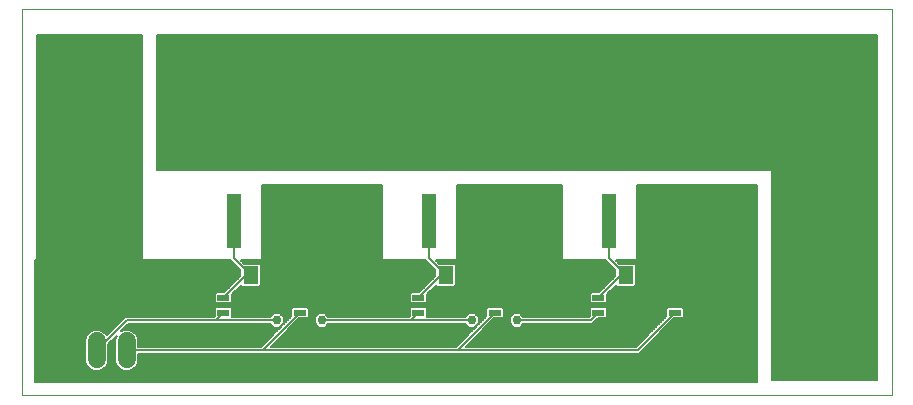
<source format=gtl>
G75*
%MOIN*%
%OFA0B0*%
%FSLAX25Y25*%
%IPPOS*%
%LPD*%
%AMOC8*
5,1,8,0,0,1.08239X$1,22.5*
%
%ADD10C,0.00000*%
%ADD11R,0.03937X0.01969*%
%ADD12R,0.04724X0.18110*%
%ADD13R,0.42520X0.37008*%
%ADD14R,0.05118X0.05906*%
%ADD15C,0.05937*%
%ADD16C,0.00600*%
%ADD17C,0.02978*%
D10*
X0001300Y0008000D02*
X0001300Y0136701D01*
X0291221Y0136701D01*
X0291221Y0008000D01*
X0001300Y0008000D01*
D11*
X0068544Y0035500D03*
X0068544Y0040500D03*
X0094056Y0040500D03*
X0094056Y0035500D03*
X0133544Y0035500D03*
X0133544Y0040500D03*
X0159056Y0040500D03*
X0159056Y0035500D03*
X0193544Y0035500D03*
X0193544Y0040500D03*
X0219056Y0040500D03*
X0219056Y0035500D03*
D12*
X0216304Y0065953D03*
X0196894Y0065953D03*
X0156304Y0065953D03*
X0136894Y0065953D03*
X0091304Y0065953D03*
X0071894Y0065953D03*
D13*
X0081599Y0101976D03*
X0146599Y0101976D03*
X0206599Y0101976D03*
D14*
X0210040Y0048000D03*
X0202560Y0048000D03*
X0150040Y0048000D03*
X0142560Y0048000D03*
X0085040Y0048000D03*
X0077560Y0048000D03*
D15*
X0036300Y0025969D02*
X0036300Y0020031D01*
X0026300Y0020031D02*
X0026300Y0025969D01*
X0016300Y0025969D02*
X0016300Y0020031D01*
D16*
X0022431Y0019970D02*
X0005600Y0019970D01*
X0005600Y0019372D02*
X0022431Y0019372D01*
X0022431Y0019262D02*
X0023020Y0017840D01*
X0024109Y0016752D01*
X0025530Y0016163D01*
X0027069Y0016163D01*
X0028491Y0016752D01*
X0029580Y0017840D01*
X0030168Y0019262D01*
X0030168Y0025171D01*
X0032924Y0027927D01*
X0032431Y0026738D01*
X0032431Y0019262D01*
X0033020Y0017840D01*
X0034109Y0016752D01*
X0035530Y0016163D01*
X0037069Y0016163D01*
X0038491Y0016752D01*
X0039580Y0017840D01*
X0040168Y0019262D01*
X0040168Y0021800D01*
X0207053Y0021800D01*
X0218869Y0033616D01*
X0221397Y0033616D01*
X0221924Y0034143D01*
X0221924Y0036857D01*
X0221397Y0037384D01*
X0216715Y0037384D01*
X0216187Y0036857D01*
X0216187Y0034329D01*
X0206059Y0024200D01*
X0149453Y0024200D01*
X0158869Y0033616D01*
X0161397Y0033616D01*
X0161924Y0034143D01*
X0161924Y0036857D01*
X0161397Y0037384D01*
X0156715Y0037384D01*
X0156187Y0036857D01*
X0156187Y0034329D01*
X0146059Y0024200D01*
X0084453Y0024200D01*
X0093869Y0033616D01*
X0096397Y0033616D01*
X0096924Y0034143D01*
X0096924Y0036857D01*
X0096397Y0037384D01*
X0091715Y0037384D01*
X0091187Y0036857D01*
X0091187Y0034329D01*
X0081059Y0024200D01*
X0040168Y0024200D01*
X0040168Y0026738D01*
X0039580Y0028160D01*
X0038491Y0029248D01*
X0037069Y0029837D01*
X0035530Y0029837D01*
X0034342Y0029345D01*
X0036797Y0031800D01*
X0084121Y0031800D01*
X0085310Y0030611D01*
X0087290Y0030611D01*
X0088689Y0032010D01*
X0088689Y0033990D01*
X0087290Y0035389D01*
X0085310Y0035389D01*
X0084121Y0034200D01*
X0071413Y0034200D01*
X0071413Y0036857D01*
X0070885Y0037384D01*
X0066203Y0037384D01*
X0065676Y0036857D01*
X0065676Y0034329D01*
X0065547Y0034200D01*
X0035803Y0034200D01*
X0035100Y0033497D01*
X0029633Y0028030D01*
X0029580Y0028160D01*
X0028491Y0029248D01*
X0027069Y0029837D01*
X0025530Y0029837D01*
X0024109Y0029248D01*
X0023020Y0028160D01*
X0022431Y0026738D01*
X0022431Y0019262D01*
X0022634Y0018773D02*
X0005600Y0018773D01*
X0005600Y0018175D02*
X0022882Y0018175D01*
X0023284Y0017576D02*
X0005600Y0017576D01*
X0005600Y0016978D02*
X0023883Y0016978D01*
X0025009Y0016379D02*
X0005600Y0016379D01*
X0005600Y0015781D02*
X0246300Y0015781D01*
X0246300Y0016379D02*
X0037591Y0016379D01*
X0038717Y0016978D02*
X0246300Y0016978D01*
X0246300Y0017576D02*
X0039316Y0017576D01*
X0039718Y0018175D02*
X0246300Y0018175D01*
X0246300Y0018773D02*
X0039966Y0018773D01*
X0040168Y0019372D02*
X0246300Y0019372D01*
X0246300Y0019970D02*
X0040168Y0019970D01*
X0040168Y0020569D02*
X0246300Y0020569D01*
X0246300Y0021167D02*
X0040168Y0021167D01*
X0040168Y0021766D02*
X0246300Y0021766D01*
X0246300Y0022364D02*
X0207617Y0022364D01*
X0208216Y0022963D02*
X0246300Y0022963D01*
X0246300Y0023561D02*
X0208814Y0023561D01*
X0209413Y0024160D02*
X0246300Y0024160D01*
X0246300Y0024758D02*
X0210011Y0024758D01*
X0210610Y0025357D02*
X0246300Y0025357D01*
X0246300Y0025955D02*
X0211208Y0025955D01*
X0211807Y0026554D02*
X0246300Y0026554D01*
X0246300Y0027152D02*
X0212405Y0027152D01*
X0213004Y0027751D02*
X0246300Y0027751D01*
X0246300Y0028349D02*
X0213602Y0028349D01*
X0214201Y0028948D02*
X0246300Y0028948D01*
X0246300Y0029546D02*
X0214799Y0029546D01*
X0215398Y0030145D02*
X0246300Y0030145D01*
X0246300Y0030743D02*
X0215996Y0030743D01*
X0216595Y0031342D02*
X0246300Y0031342D01*
X0246300Y0031940D02*
X0217193Y0031940D01*
X0217792Y0032539D02*
X0246300Y0032539D01*
X0246300Y0033137D02*
X0218390Y0033137D01*
X0216187Y0034334D02*
X0196413Y0034334D01*
X0196413Y0034143D02*
X0196413Y0036857D01*
X0195885Y0037384D01*
X0191203Y0037384D01*
X0190676Y0036857D01*
X0190676Y0034329D01*
X0190547Y0034200D01*
X0168479Y0034200D01*
X0167290Y0035389D01*
X0165310Y0035389D01*
X0163911Y0033990D01*
X0163911Y0032010D01*
X0165310Y0030611D01*
X0167290Y0030611D01*
X0168479Y0031800D01*
X0191541Y0031800D01*
X0193357Y0033616D01*
X0195885Y0033616D01*
X0196413Y0034143D01*
X0196006Y0033736D02*
X0215595Y0033736D01*
X0214996Y0033137D02*
X0192879Y0033137D01*
X0192280Y0032539D02*
X0214398Y0032539D01*
X0213799Y0031940D02*
X0191682Y0031940D01*
X0191044Y0033000D02*
X0193544Y0035500D01*
X0190676Y0035532D02*
X0161924Y0035532D01*
X0161924Y0036130D02*
X0190676Y0036130D01*
X0190676Y0036729D02*
X0161924Y0036729D01*
X0161454Y0037327D02*
X0191146Y0037327D01*
X0191203Y0038616D02*
X0195885Y0038616D01*
X0196413Y0039143D01*
X0196413Y0041671D01*
X0199258Y0044517D01*
X0199628Y0044147D01*
X0205492Y0044147D01*
X0206019Y0044674D01*
X0206019Y0051326D01*
X0205492Y0051853D01*
X0200404Y0051853D01*
X0199257Y0053000D01*
X0246300Y0053000D01*
X0246300Y0012300D01*
X0005600Y0012300D01*
X0005600Y0053000D01*
X0070863Y0053000D01*
X0074101Y0049762D01*
X0074101Y0047754D01*
X0068731Y0042384D01*
X0066203Y0042384D01*
X0065676Y0041857D01*
X0065676Y0039143D01*
X0066203Y0038616D01*
X0070885Y0038616D01*
X0071413Y0039143D01*
X0071413Y0041671D01*
X0074258Y0044517D01*
X0074628Y0044147D01*
X0080492Y0044147D01*
X0081019Y0044674D01*
X0081019Y0051326D01*
X0080492Y0051853D01*
X0075404Y0051853D01*
X0074257Y0053000D01*
X0135863Y0053000D01*
X0139101Y0049762D01*
X0139101Y0047754D01*
X0133731Y0042384D01*
X0131203Y0042384D01*
X0130676Y0041857D01*
X0130676Y0039143D01*
X0131203Y0038616D01*
X0135885Y0038616D01*
X0136413Y0039143D01*
X0136413Y0041671D01*
X0139258Y0044517D01*
X0139628Y0044147D01*
X0145492Y0044147D01*
X0146019Y0044674D01*
X0146019Y0051326D01*
X0145492Y0051853D01*
X0140404Y0051853D01*
X0139257Y0053000D01*
X0195863Y0053000D01*
X0199101Y0049762D01*
X0199101Y0047754D01*
X0193731Y0042384D01*
X0191203Y0042384D01*
X0190676Y0041857D01*
X0190676Y0039143D01*
X0191203Y0038616D01*
X0190696Y0039123D02*
X0136392Y0039123D01*
X0136413Y0039721D02*
X0190676Y0039721D01*
X0190676Y0040320D02*
X0136413Y0040320D01*
X0136413Y0040918D02*
X0190676Y0040918D01*
X0190676Y0041517D02*
X0136413Y0041517D01*
X0136856Y0042115D02*
X0190934Y0042115D01*
X0193544Y0040500D02*
X0201044Y0048000D01*
X0202560Y0048000D01*
X0196894Y0053665D01*
X0196894Y0065953D01*
X0206300Y0066056D02*
X0246300Y0066056D01*
X0246300Y0066654D02*
X0206300Y0066654D01*
X0206300Y0067253D02*
X0246300Y0067253D01*
X0246300Y0067851D02*
X0206300Y0067851D01*
X0206300Y0068450D02*
X0246300Y0068450D01*
X0246300Y0069048D02*
X0206300Y0069048D01*
X0206300Y0069647D02*
X0246300Y0069647D01*
X0246300Y0070245D02*
X0206300Y0070245D01*
X0206300Y0070844D02*
X0246300Y0070844D01*
X0246300Y0071442D02*
X0206300Y0071442D01*
X0206300Y0072041D02*
X0246300Y0072041D01*
X0246300Y0072639D02*
X0206300Y0072639D01*
X0206300Y0073238D02*
X0246300Y0073238D01*
X0246300Y0073836D02*
X0206300Y0073836D01*
X0206300Y0074435D02*
X0246300Y0074435D01*
X0246300Y0075033D02*
X0206300Y0075033D01*
X0206300Y0075632D02*
X0246300Y0075632D01*
X0246300Y0076230D02*
X0206300Y0076230D01*
X0206300Y0076829D02*
X0246300Y0076829D01*
X0246300Y0077427D02*
X0206300Y0077427D01*
X0206300Y0078000D02*
X0246300Y0078000D01*
X0246300Y0053000D01*
X0206300Y0053000D01*
X0206300Y0078000D01*
X0216304Y0065953D02*
X0216304Y0054264D01*
X0210040Y0048000D01*
X0206019Y0048100D02*
X0246300Y0048100D01*
X0246300Y0047502D02*
X0206019Y0047502D01*
X0206019Y0046903D02*
X0246300Y0046903D01*
X0246300Y0046305D02*
X0206019Y0046305D01*
X0206019Y0045706D02*
X0246300Y0045706D01*
X0246300Y0045108D02*
X0206019Y0045108D01*
X0205854Y0044509D02*
X0246300Y0044509D01*
X0246300Y0043911D02*
X0198652Y0043911D01*
X0199250Y0044509D02*
X0199266Y0044509D01*
X0198053Y0043312D02*
X0246300Y0043312D01*
X0246300Y0042714D02*
X0197455Y0042714D01*
X0196856Y0042115D02*
X0246300Y0042115D01*
X0246300Y0041517D02*
X0196413Y0041517D01*
X0196413Y0040918D02*
X0246300Y0040918D01*
X0246300Y0040320D02*
X0196413Y0040320D01*
X0196413Y0039721D02*
X0246300Y0039721D01*
X0246300Y0039123D02*
X0196392Y0039123D01*
X0195943Y0037327D02*
X0216657Y0037327D01*
X0216187Y0036729D02*
X0196413Y0036729D01*
X0196413Y0036130D02*
X0216187Y0036130D01*
X0216187Y0035532D02*
X0196413Y0035532D01*
X0196413Y0034933D02*
X0216187Y0034933D01*
X0219056Y0035500D02*
X0206556Y0023000D01*
X0146556Y0023000D01*
X0159056Y0035500D01*
X0156187Y0035532D02*
X0136413Y0035532D01*
X0136413Y0036130D02*
X0156187Y0036130D01*
X0156187Y0036729D02*
X0136413Y0036729D01*
X0136413Y0036857D02*
X0135885Y0037384D01*
X0131203Y0037384D01*
X0130676Y0036857D01*
X0130676Y0034329D01*
X0130547Y0034200D01*
X0103479Y0034200D01*
X0102290Y0035389D01*
X0100310Y0035389D01*
X0098911Y0033990D01*
X0098911Y0032010D01*
X0100310Y0030611D01*
X0102290Y0030611D01*
X0103479Y0031800D01*
X0149121Y0031800D01*
X0150310Y0030611D01*
X0152290Y0030611D01*
X0153689Y0032010D01*
X0153689Y0033990D01*
X0152290Y0035389D01*
X0150310Y0035389D01*
X0149121Y0034200D01*
X0136413Y0034200D01*
X0136413Y0036857D01*
X0135943Y0037327D02*
X0156657Y0037327D01*
X0156187Y0034933D02*
X0152745Y0034933D01*
X0153344Y0034334D02*
X0156187Y0034334D01*
X0155595Y0033736D02*
X0153689Y0033736D01*
X0153689Y0033137D02*
X0154996Y0033137D01*
X0154398Y0032539D02*
X0153689Y0032539D01*
X0153619Y0031940D02*
X0153799Y0031940D01*
X0153201Y0031342D02*
X0153020Y0031342D01*
X0152602Y0030743D02*
X0152422Y0030743D01*
X0152004Y0030145D02*
X0090398Y0030145D01*
X0090996Y0030743D02*
X0100178Y0030743D01*
X0099580Y0031342D02*
X0091595Y0031342D01*
X0092193Y0031940D02*
X0098981Y0031940D01*
X0098911Y0032539D02*
X0092792Y0032539D01*
X0093390Y0033137D02*
X0098911Y0033137D01*
X0098911Y0033736D02*
X0096517Y0033736D01*
X0096924Y0034334D02*
X0099256Y0034334D01*
X0099854Y0034933D02*
X0096924Y0034933D01*
X0096924Y0035532D02*
X0130676Y0035532D01*
X0130676Y0036130D02*
X0096924Y0036130D01*
X0096924Y0036729D02*
X0130676Y0036729D01*
X0131146Y0037327D02*
X0096454Y0037327D01*
X0094056Y0035500D02*
X0081556Y0023000D01*
X0146556Y0023000D01*
X0146617Y0024758D02*
X0085011Y0024758D01*
X0085610Y0025357D02*
X0147216Y0025357D01*
X0147814Y0025955D02*
X0086208Y0025955D01*
X0086807Y0026554D02*
X0148413Y0026554D01*
X0149011Y0027152D02*
X0087405Y0027152D01*
X0088004Y0027751D02*
X0149610Y0027751D01*
X0150208Y0028349D02*
X0088602Y0028349D01*
X0089201Y0028948D02*
X0150807Y0028948D01*
X0151405Y0029546D02*
X0089799Y0029546D01*
X0088201Y0031342D02*
X0088020Y0031342D01*
X0087602Y0030743D02*
X0087422Y0030743D01*
X0087004Y0030145D02*
X0035142Y0030145D01*
X0034829Y0029546D02*
X0034543Y0029546D01*
X0035740Y0030743D02*
X0085178Y0030743D01*
X0084580Y0031342D02*
X0036339Y0031342D01*
X0036300Y0033000D02*
X0066044Y0033000D01*
X0086300Y0033000D01*
X0088689Y0033137D02*
X0089996Y0033137D01*
X0089398Y0032539D02*
X0088689Y0032539D01*
X0088619Y0031940D02*
X0088799Y0031940D01*
X0086405Y0029546D02*
X0037771Y0029546D01*
X0038791Y0028948D02*
X0085807Y0028948D01*
X0085208Y0028349D02*
X0039390Y0028349D01*
X0039749Y0027751D02*
X0084610Y0027751D01*
X0084011Y0027152D02*
X0039997Y0027152D01*
X0040168Y0026554D02*
X0083413Y0026554D01*
X0082814Y0025955D02*
X0040168Y0025955D01*
X0040168Y0025357D02*
X0082216Y0025357D01*
X0081617Y0024758D02*
X0040168Y0024758D01*
X0036300Y0023000D02*
X0081556Y0023000D01*
X0068544Y0035500D02*
X0066044Y0033000D01*
X0065676Y0034334D02*
X0005600Y0034334D01*
X0005600Y0033736D02*
X0035339Y0033736D01*
X0034740Y0033137D02*
X0005600Y0033137D01*
X0005600Y0032539D02*
X0034142Y0032539D01*
X0033543Y0031940D02*
X0005600Y0031940D01*
X0005600Y0031342D02*
X0032945Y0031342D01*
X0032346Y0030743D02*
X0005600Y0030743D01*
X0005600Y0030145D02*
X0031748Y0030145D01*
X0031149Y0029546D02*
X0027771Y0029546D01*
X0028791Y0028948D02*
X0030551Y0028948D01*
X0029952Y0028349D02*
X0029390Y0028349D01*
X0031551Y0026554D02*
X0032431Y0026554D01*
X0032431Y0025955D02*
X0030952Y0025955D01*
X0030354Y0025357D02*
X0032431Y0025357D01*
X0032431Y0024758D02*
X0030168Y0024758D01*
X0030168Y0024160D02*
X0032431Y0024160D01*
X0032431Y0023561D02*
X0030168Y0023561D01*
X0030168Y0022963D02*
X0032431Y0022963D01*
X0032431Y0022364D02*
X0030168Y0022364D01*
X0030168Y0021766D02*
X0032431Y0021766D01*
X0032431Y0021167D02*
X0030168Y0021167D01*
X0030168Y0020569D02*
X0032431Y0020569D01*
X0032431Y0019970D02*
X0030168Y0019970D01*
X0030168Y0019372D02*
X0032431Y0019372D01*
X0032634Y0018773D02*
X0029966Y0018773D01*
X0029718Y0018175D02*
X0032882Y0018175D01*
X0033284Y0017576D02*
X0029316Y0017576D01*
X0028717Y0016978D02*
X0033883Y0016978D01*
X0035009Y0016379D02*
X0027591Y0016379D01*
X0022431Y0020569D02*
X0005600Y0020569D01*
X0005600Y0021167D02*
X0022431Y0021167D01*
X0022431Y0021766D02*
X0005600Y0021766D01*
X0005600Y0022364D02*
X0022431Y0022364D01*
X0022431Y0022963D02*
X0005600Y0022963D01*
X0005600Y0023561D02*
X0022431Y0023561D01*
X0022431Y0024160D02*
X0005600Y0024160D01*
X0005600Y0024758D02*
X0022431Y0024758D01*
X0022431Y0025357D02*
X0005600Y0025357D01*
X0005600Y0025955D02*
X0022431Y0025955D01*
X0022431Y0026554D02*
X0005600Y0026554D01*
X0005600Y0027152D02*
X0022603Y0027152D01*
X0022851Y0027751D02*
X0005600Y0027751D01*
X0005600Y0028349D02*
X0023210Y0028349D01*
X0023809Y0028948D02*
X0005600Y0028948D01*
X0005600Y0029546D02*
X0024829Y0029546D01*
X0032149Y0027152D02*
X0032603Y0027152D01*
X0032748Y0027751D02*
X0032851Y0027751D01*
X0036300Y0033000D02*
X0026300Y0023000D01*
X0005600Y0015182D02*
X0246300Y0015182D01*
X0246300Y0014584D02*
X0005600Y0014584D01*
X0005600Y0013985D02*
X0246300Y0013985D01*
X0246300Y0013387D02*
X0005600Y0013387D01*
X0005600Y0012788D02*
X0246300Y0012788D01*
X0251300Y0013000D02*
X0251300Y0083000D01*
X0236300Y0083000D01*
X0236300Y0128000D01*
X0286300Y0128000D01*
X0286300Y0013000D01*
X0251300Y0013000D01*
X0251300Y0013387D02*
X0286300Y0013387D01*
X0286300Y0013985D02*
X0251300Y0013985D01*
X0251300Y0014584D02*
X0286300Y0014584D01*
X0286300Y0015182D02*
X0251300Y0015182D01*
X0251300Y0015781D02*
X0286300Y0015781D01*
X0286300Y0016379D02*
X0251300Y0016379D01*
X0251300Y0016978D02*
X0286300Y0016978D01*
X0286300Y0017576D02*
X0251300Y0017576D01*
X0251300Y0018175D02*
X0286300Y0018175D01*
X0286300Y0018773D02*
X0251300Y0018773D01*
X0251300Y0019372D02*
X0286300Y0019372D01*
X0286300Y0019970D02*
X0251300Y0019970D01*
X0251300Y0020569D02*
X0286300Y0020569D01*
X0286300Y0021167D02*
X0251300Y0021167D01*
X0251300Y0021766D02*
X0286300Y0021766D01*
X0286300Y0022364D02*
X0251300Y0022364D01*
X0251300Y0022963D02*
X0286300Y0022963D01*
X0286300Y0023561D02*
X0251300Y0023561D01*
X0251300Y0024160D02*
X0286300Y0024160D01*
X0286300Y0024758D02*
X0251300Y0024758D01*
X0251300Y0025357D02*
X0286300Y0025357D01*
X0286300Y0025955D02*
X0251300Y0025955D01*
X0251300Y0026554D02*
X0286300Y0026554D01*
X0286300Y0027152D02*
X0251300Y0027152D01*
X0251300Y0027751D02*
X0286300Y0027751D01*
X0286300Y0028349D02*
X0251300Y0028349D01*
X0251300Y0028948D02*
X0286300Y0028948D01*
X0286300Y0029546D02*
X0251300Y0029546D01*
X0251300Y0030145D02*
X0286300Y0030145D01*
X0286300Y0030743D02*
X0251300Y0030743D01*
X0251300Y0031342D02*
X0286300Y0031342D01*
X0286300Y0031940D02*
X0251300Y0031940D01*
X0251300Y0032539D02*
X0286300Y0032539D01*
X0286300Y0033137D02*
X0251300Y0033137D01*
X0251300Y0033736D02*
X0286300Y0033736D01*
X0286300Y0034334D02*
X0251300Y0034334D01*
X0251300Y0034933D02*
X0286300Y0034933D01*
X0286300Y0035532D02*
X0251300Y0035532D01*
X0251300Y0036130D02*
X0286300Y0036130D01*
X0286300Y0036729D02*
X0251300Y0036729D01*
X0251300Y0037327D02*
X0286300Y0037327D01*
X0286300Y0037926D02*
X0251300Y0037926D01*
X0251300Y0038524D02*
X0286300Y0038524D01*
X0286300Y0039123D02*
X0251300Y0039123D01*
X0251300Y0039721D02*
X0286300Y0039721D01*
X0286300Y0040320D02*
X0251300Y0040320D01*
X0251300Y0040918D02*
X0286300Y0040918D01*
X0286300Y0041517D02*
X0251300Y0041517D01*
X0251300Y0042115D02*
X0286300Y0042115D01*
X0286300Y0042714D02*
X0251300Y0042714D01*
X0251300Y0043312D02*
X0286300Y0043312D01*
X0286300Y0043911D02*
X0251300Y0043911D01*
X0251300Y0044509D02*
X0286300Y0044509D01*
X0286300Y0045108D02*
X0251300Y0045108D01*
X0251300Y0045706D02*
X0286300Y0045706D01*
X0286300Y0046305D02*
X0251300Y0046305D01*
X0251300Y0046903D02*
X0286300Y0046903D01*
X0286300Y0047502D02*
X0251300Y0047502D01*
X0251300Y0048100D02*
X0286300Y0048100D01*
X0286300Y0048699D02*
X0251300Y0048699D01*
X0251300Y0049297D02*
X0286300Y0049297D01*
X0286300Y0049896D02*
X0251300Y0049896D01*
X0251300Y0050494D02*
X0286300Y0050494D01*
X0286300Y0051093D02*
X0251300Y0051093D01*
X0251300Y0051691D02*
X0286300Y0051691D01*
X0286300Y0052290D02*
X0251300Y0052290D01*
X0251300Y0052888D02*
X0286300Y0052888D01*
X0286300Y0053487D02*
X0251300Y0053487D01*
X0251300Y0054085D02*
X0286300Y0054085D01*
X0286300Y0054684D02*
X0251300Y0054684D01*
X0251300Y0055282D02*
X0286300Y0055282D01*
X0286300Y0055881D02*
X0251300Y0055881D01*
X0251300Y0056479D02*
X0286300Y0056479D01*
X0286300Y0057078D02*
X0251300Y0057078D01*
X0251300Y0057676D02*
X0286300Y0057676D01*
X0286300Y0058275D02*
X0251300Y0058275D01*
X0251300Y0058873D02*
X0286300Y0058873D01*
X0286300Y0059472D02*
X0251300Y0059472D01*
X0251300Y0060070D02*
X0286300Y0060070D01*
X0286300Y0060669D02*
X0251300Y0060669D01*
X0251300Y0061268D02*
X0286300Y0061268D01*
X0286300Y0061866D02*
X0251300Y0061866D01*
X0251300Y0062465D02*
X0286300Y0062465D01*
X0286300Y0063063D02*
X0251300Y0063063D01*
X0251300Y0063662D02*
X0286300Y0063662D01*
X0286300Y0064260D02*
X0251300Y0064260D01*
X0251300Y0064859D02*
X0286300Y0064859D01*
X0286300Y0065457D02*
X0251300Y0065457D01*
X0251300Y0066056D02*
X0286300Y0066056D01*
X0286300Y0066654D02*
X0251300Y0066654D01*
X0251300Y0067253D02*
X0286300Y0067253D01*
X0286300Y0067851D02*
X0251300Y0067851D01*
X0251300Y0068450D02*
X0286300Y0068450D01*
X0286300Y0069048D02*
X0251300Y0069048D01*
X0251300Y0069647D02*
X0286300Y0069647D01*
X0286300Y0070245D02*
X0251300Y0070245D01*
X0251300Y0070844D02*
X0286300Y0070844D01*
X0286300Y0071442D02*
X0251300Y0071442D01*
X0251300Y0072041D02*
X0286300Y0072041D01*
X0286300Y0072639D02*
X0251300Y0072639D01*
X0251300Y0073238D02*
X0286300Y0073238D01*
X0286300Y0073836D02*
X0251300Y0073836D01*
X0251300Y0074435D02*
X0286300Y0074435D01*
X0286300Y0075033D02*
X0251300Y0075033D01*
X0251300Y0075632D02*
X0286300Y0075632D01*
X0286300Y0076230D02*
X0251300Y0076230D01*
X0251300Y0076829D02*
X0286300Y0076829D01*
X0286300Y0077427D02*
X0251300Y0077427D01*
X0251300Y0078026D02*
X0286300Y0078026D01*
X0286300Y0078624D02*
X0251300Y0078624D01*
X0251300Y0079223D02*
X0286300Y0079223D01*
X0286300Y0079821D02*
X0251300Y0079821D01*
X0251300Y0080420D02*
X0286300Y0080420D01*
X0286300Y0081018D02*
X0251300Y0081018D01*
X0251300Y0081617D02*
X0286300Y0081617D01*
X0286300Y0082215D02*
X0251300Y0082215D01*
X0251300Y0082814D02*
X0286300Y0082814D01*
X0286300Y0083412D02*
X0236300Y0083412D01*
X0236300Y0084011D02*
X0286300Y0084011D01*
X0286300Y0084609D02*
X0236300Y0084609D01*
X0236300Y0085208D02*
X0286300Y0085208D01*
X0286300Y0085806D02*
X0236300Y0085806D01*
X0236300Y0086405D02*
X0286300Y0086405D01*
X0286300Y0087003D02*
X0236300Y0087003D01*
X0236300Y0087602D02*
X0286300Y0087602D01*
X0286300Y0088201D02*
X0236300Y0088201D01*
X0236300Y0088799D02*
X0286300Y0088799D01*
X0286300Y0089398D02*
X0236300Y0089398D01*
X0236300Y0089996D02*
X0286300Y0089996D01*
X0286300Y0090595D02*
X0236300Y0090595D01*
X0236300Y0091193D02*
X0286300Y0091193D01*
X0286300Y0091792D02*
X0236300Y0091792D01*
X0236300Y0092390D02*
X0286300Y0092390D01*
X0286300Y0092989D02*
X0236300Y0092989D01*
X0236300Y0093587D02*
X0286300Y0093587D01*
X0286300Y0094186D02*
X0236300Y0094186D01*
X0236300Y0094784D02*
X0286300Y0094784D01*
X0286300Y0095383D02*
X0236300Y0095383D01*
X0236300Y0095981D02*
X0286300Y0095981D01*
X0286300Y0096580D02*
X0236300Y0096580D01*
X0236300Y0097178D02*
X0286300Y0097178D01*
X0286300Y0097777D02*
X0236300Y0097777D01*
X0236300Y0098375D02*
X0286300Y0098375D01*
X0286300Y0098974D02*
X0236300Y0098974D01*
X0236300Y0099572D02*
X0286300Y0099572D01*
X0286300Y0100171D02*
X0236300Y0100171D01*
X0236300Y0100769D02*
X0286300Y0100769D01*
X0286300Y0101368D02*
X0236300Y0101368D01*
X0236300Y0101966D02*
X0286300Y0101966D01*
X0286300Y0102565D02*
X0236300Y0102565D01*
X0236300Y0103163D02*
X0286300Y0103163D01*
X0286300Y0103762D02*
X0236300Y0103762D01*
X0236300Y0104360D02*
X0286300Y0104360D01*
X0286300Y0104959D02*
X0236300Y0104959D01*
X0236300Y0105557D02*
X0286300Y0105557D01*
X0286300Y0106156D02*
X0236300Y0106156D01*
X0236300Y0106754D02*
X0286300Y0106754D01*
X0286300Y0107353D02*
X0236300Y0107353D01*
X0236300Y0107951D02*
X0286300Y0107951D01*
X0286300Y0108550D02*
X0236300Y0108550D01*
X0236300Y0109148D02*
X0286300Y0109148D01*
X0286300Y0109747D02*
X0236300Y0109747D01*
X0236300Y0110345D02*
X0286300Y0110345D01*
X0286300Y0110944D02*
X0236300Y0110944D01*
X0236300Y0111542D02*
X0286300Y0111542D01*
X0286300Y0112141D02*
X0236300Y0112141D01*
X0236300Y0112739D02*
X0286300Y0112739D01*
X0286300Y0113338D02*
X0236300Y0113338D01*
X0236300Y0113937D02*
X0286300Y0113937D01*
X0286300Y0114535D02*
X0236300Y0114535D01*
X0236300Y0115134D02*
X0286300Y0115134D01*
X0286300Y0115732D02*
X0236300Y0115732D01*
X0236300Y0116331D02*
X0286300Y0116331D01*
X0286300Y0116929D02*
X0236300Y0116929D01*
X0236300Y0117528D02*
X0286300Y0117528D01*
X0286300Y0118126D02*
X0236300Y0118126D01*
X0236300Y0118725D02*
X0286300Y0118725D01*
X0286300Y0119323D02*
X0236300Y0119323D01*
X0236300Y0119922D02*
X0286300Y0119922D01*
X0286300Y0120520D02*
X0236300Y0120520D01*
X0236300Y0121119D02*
X0286300Y0121119D01*
X0286300Y0121717D02*
X0236300Y0121717D01*
X0236300Y0122316D02*
X0286300Y0122316D01*
X0286300Y0122914D02*
X0236300Y0122914D01*
X0236300Y0123513D02*
X0286300Y0123513D01*
X0286300Y0124111D02*
X0236300Y0124111D01*
X0236300Y0124710D02*
X0286300Y0124710D01*
X0286300Y0125308D02*
X0236300Y0125308D01*
X0236300Y0125907D02*
X0286300Y0125907D01*
X0286300Y0126505D02*
X0236300Y0126505D01*
X0236300Y0127104D02*
X0286300Y0127104D01*
X0286300Y0127702D02*
X0236300Y0127702D01*
X0246300Y0127702D02*
X0046300Y0127702D01*
X0046300Y0128000D02*
X0246300Y0128000D01*
X0246300Y0083000D01*
X0046300Y0083000D01*
X0046300Y0128000D01*
X0046300Y0127104D02*
X0246300Y0127104D01*
X0246300Y0126505D02*
X0046300Y0126505D01*
X0046300Y0125907D02*
X0246300Y0125907D01*
X0246300Y0125308D02*
X0046300Y0125308D01*
X0046300Y0124710D02*
X0246300Y0124710D01*
X0246300Y0124111D02*
X0046300Y0124111D01*
X0046300Y0123513D02*
X0246300Y0123513D01*
X0246300Y0122914D02*
X0046300Y0122914D01*
X0046300Y0122316D02*
X0246300Y0122316D01*
X0246300Y0121717D02*
X0046300Y0121717D01*
X0046300Y0121119D02*
X0246300Y0121119D01*
X0246300Y0120520D02*
X0046300Y0120520D01*
X0046300Y0119922D02*
X0246300Y0119922D01*
X0246300Y0119323D02*
X0046300Y0119323D01*
X0046300Y0118725D02*
X0246300Y0118725D01*
X0246300Y0118126D02*
X0046300Y0118126D01*
X0046300Y0117528D02*
X0246300Y0117528D01*
X0246300Y0116929D02*
X0046300Y0116929D01*
X0046300Y0116331D02*
X0246300Y0116331D01*
X0246300Y0115732D02*
X0046300Y0115732D01*
X0046300Y0115134D02*
X0246300Y0115134D01*
X0246300Y0114535D02*
X0046300Y0114535D01*
X0046300Y0113937D02*
X0246300Y0113937D01*
X0246300Y0113338D02*
X0046300Y0113338D01*
X0046300Y0112739D02*
X0246300Y0112739D01*
X0246300Y0112141D02*
X0046300Y0112141D01*
X0046300Y0111542D02*
X0246300Y0111542D01*
X0246300Y0110944D02*
X0046300Y0110944D01*
X0046300Y0110345D02*
X0246300Y0110345D01*
X0246300Y0109747D02*
X0046300Y0109747D01*
X0046300Y0109148D02*
X0246300Y0109148D01*
X0246300Y0108550D02*
X0046300Y0108550D01*
X0046300Y0107951D02*
X0246300Y0107951D01*
X0246300Y0107353D02*
X0046300Y0107353D01*
X0046300Y0106754D02*
X0246300Y0106754D01*
X0246300Y0106156D02*
X0046300Y0106156D01*
X0046300Y0105557D02*
X0246300Y0105557D01*
X0246300Y0104959D02*
X0046300Y0104959D01*
X0046300Y0104360D02*
X0246300Y0104360D01*
X0246300Y0103762D02*
X0046300Y0103762D01*
X0046300Y0103163D02*
X0246300Y0103163D01*
X0246300Y0102565D02*
X0046300Y0102565D01*
X0046300Y0101966D02*
X0246300Y0101966D01*
X0246300Y0101368D02*
X0046300Y0101368D01*
X0046300Y0100769D02*
X0246300Y0100769D01*
X0246300Y0100171D02*
X0046300Y0100171D01*
X0046300Y0099572D02*
X0246300Y0099572D01*
X0246300Y0098974D02*
X0046300Y0098974D01*
X0046300Y0098375D02*
X0246300Y0098375D01*
X0246300Y0097777D02*
X0046300Y0097777D01*
X0046300Y0097178D02*
X0246300Y0097178D01*
X0246300Y0096580D02*
X0046300Y0096580D01*
X0046300Y0095981D02*
X0246300Y0095981D01*
X0246300Y0095383D02*
X0046300Y0095383D01*
X0046300Y0094784D02*
X0246300Y0094784D01*
X0246300Y0094186D02*
X0046300Y0094186D01*
X0046300Y0093587D02*
X0246300Y0093587D01*
X0246300Y0092989D02*
X0046300Y0092989D01*
X0046300Y0092390D02*
X0246300Y0092390D01*
X0246300Y0091792D02*
X0046300Y0091792D01*
X0046300Y0091193D02*
X0246300Y0091193D01*
X0246300Y0090595D02*
X0046300Y0090595D01*
X0046300Y0089996D02*
X0246300Y0089996D01*
X0246300Y0089398D02*
X0046300Y0089398D01*
X0046300Y0088799D02*
X0246300Y0088799D01*
X0246300Y0088201D02*
X0046300Y0088201D01*
X0046300Y0087602D02*
X0246300Y0087602D01*
X0246300Y0087003D02*
X0046300Y0087003D01*
X0046300Y0086405D02*
X0246300Y0086405D01*
X0246300Y0085806D02*
X0046300Y0085806D01*
X0046300Y0085208D02*
X0246300Y0085208D01*
X0246300Y0084609D02*
X0046300Y0084609D01*
X0046300Y0084011D02*
X0246300Y0084011D01*
X0246300Y0083412D02*
X0046300Y0083412D01*
X0041300Y0083412D02*
X0006300Y0083412D01*
X0006300Y0082814D02*
X0041300Y0082814D01*
X0041300Y0082215D02*
X0006300Y0082215D01*
X0006300Y0081617D02*
X0041300Y0081617D01*
X0041300Y0081018D02*
X0006300Y0081018D01*
X0006300Y0080420D02*
X0041300Y0080420D01*
X0041300Y0079821D02*
X0006300Y0079821D01*
X0006300Y0079223D02*
X0041300Y0079223D01*
X0041300Y0078624D02*
X0006300Y0078624D01*
X0006300Y0078026D02*
X0041300Y0078026D01*
X0041300Y0077427D02*
X0006300Y0077427D01*
X0006300Y0076829D02*
X0041300Y0076829D01*
X0041300Y0076230D02*
X0006300Y0076230D01*
X0006300Y0075632D02*
X0041300Y0075632D01*
X0041300Y0075033D02*
X0006300Y0075033D01*
X0006300Y0074435D02*
X0041300Y0074435D01*
X0041300Y0073836D02*
X0006300Y0073836D01*
X0006300Y0073238D02*
X0041300Y0073238D01*
X0041300Y0072639D02*
X0006300Y0072639D01*
X0006300Y0072041D02*
X0041300Y0072041D01*
X0041300Y0071442D02*
X0006300Y0071442D01*
X0006300Y0070844D02*
X0041300Y0070844D01*
X0041300Y0070245D02*
X0006300Y0070245D01*
X0006300Y0069647D02*
X0041300Y0069647D01*
X0041300Y0069048D02*
X0006300Y0069048D01*
X0006300Y0068450D02*
X0041300Y0068450D01*
X0041300Y0067851D02*
X0006300Y0067851D01*
X0006300Y0067253D02*
X0041300Y0067253D01*
X0041300Y0066654D02*
X0006300Y0066654D01*
X0006300Y0066056D02*
X0041300Y0066056D01*
X0041300Y0065457D02*
X0006300Y0065457D01*
X0006300Y0064859D02*
X0041300Y0064859D01*
X0041300Y0064260D02*
X0006300Y0064260D01*
X0006300Y0063662D02*
X0041300Y0063662D01*
X0041300Y0063063D02*
X0006300Y0063063D01*
X0006300Y0062465D02*
X0041300Y0062465D01*
X0041300Y0061866D02*
X0006300Y0061866D01*
X0006300Y0061268D02*
X0041300Y0061268D01*
X0041300Y0060669D02*
X0006300Y0060669D01*
X0006300Y0060070D02*
X0041300Y0060070D01*
X0041300Y0059472D02*
X0006300Y0059472D01*
X0006300Y0058873D02*
X0041300Y0058873D01*
X0041300Y0058275D02*
X0006300Y0058275D01*
X0006300Y0057676D02*
X0041300Y0057676D01*
X0041300Y0057078D02*
X0006300Y0057078D01*
X0006300Y0056479D02*
X0041300Y0056479D01*
X0041300Y0055881D02*
X0006300Y0055881D01*
X0006300Y0055282D02*
X0041300Y0055282D01*
X0041300Y0054684D02*
X0006300Y0054684D01*
X0006300Y0054085D02*
X0041300Y0054085D01*
X0041300Y0053487D02*
X0006300Y0053487D01*
X0006300Y0052888D02*
X0041300Y0052888D01*
X0041300Y0052290D02*
X0006300Y0052290D01*
X0006300Y0051691D02*
X0041300Y0051691D01*
X0041300Y0051093D02*
X0006300Y0051093D01*
X0006300Y0050494D02*
X0041300Y0050494D01*
X0041300Y0049896D02*
X0006300Y0049896D01*
X0006300Y0049297D02*
X0041300Y0049297D01*
X0041300Y0048699D02*
X0006300Y0048699D01*
X0006300Y0048100D02*
X0041300Y0048100D01*
X0041300Y0048000D02*
X0041300Y0128000D01*
X0006300Y0128000D01*
X0006300Y0048000D01*
X0041300Y0048000D01*
X0065676Y0041517D02*
X0005600Y0041517D01*
X0005600Y0042115D02*
X0065934Y0042115D01*
X0065676Y0040918D02*
X0005600Y0040918D01*
X0005600Y0040320D02*
X0065676Y0040320D01*
X0065676Y0039721D02*
X0005600Y0039721D01*
X0005600Y0039123D02*
X0065696Y0039123D01*
X0068544Y0040500D02*
X0076044Y0048000D01*
X0077560Y0048000D01*
X0071894Y0053665D01*
X0071894Y0065953D01*
X0081300Y0066056D02*
X0121300Y0066056D01*
X0121300Y0066654D02*
X0081300Y0066654D01*
X0081300Y0067253D02*
X0121300Y0067253D01*
X0121300Y0067851D02*
X0081300Y0067851D01*
X0081300Y0068450D02*
X0121300Y0068450D01*
X0121300Y0069048D02*
X0081300Y0069048D01*
X0081300Y0069647D02*
X0121300Y0069647D01*
X0121300Y0070245D02*
X0081300Y0070245D01*
X0081300Y0070844D02*
X0121300Y0070844D01*
X0121300Y0071442D02*
X0081300Y0071442D01*
X0081300Y0072041D02*
X0121300Y0072041D01*
X0121300Y0072639D02*
X0081300Y0072639D01*
X0081300Y0073238D02*
X0121300Y0073238D01*
X0121300Y0073836D02*
X0081300Y0073836D01*
X0081300Y0074435D02*
X0121300Y0074435D01*
X0121300Y0075033D02*
X0081300Y0075033D01*
X0081300Y0075632D02*
X0121300Y0075632D01*
X0121300Y0076230D02*
X0081300Y0076230D01*
X0081300Y0076829D02*
X0121300Y0076829D01*
X0121300Y0077427D02*
X0081300Y0077427D01*
X0081300Y0078000D02*
X0081300Y0053000D01*
X0121300Y0053000D01*
X0121300Y0078000D01*
X0081300Y0078000D01*
X0091304Y0065953D02*
X0091304Y0054264D01*
X0085040Y0048000D01*
X0081019Y0048100D02*
X0139101Y0048100D01*
X0139101Y0048699D02*
X0081019Y0048699D01*
X0081019Y0049297D02*
X0139101Y0049297D01*
X0138967Y0049896D02*
X0081019Y0049896D01*
X0081019Y0050494D02*
X0138368Y0050494D01*
X0137770Y0051093D02*
X0081019Y0051093D01*
X0080653Y0051691D02*
X0137171Y0051691D01*
X0136573Y0052290D02*
X0074967Y0052290D01*
X0074369Y0052888D02*
X0135974Y0052888D01*
X0136894Y0053665D02*
X0142560Y0048000D01*
X0141044Y0048000D01*
X0133544Y0040500D01*
X0134061Y0042714D02*
X0072455Y0042714D01*
X0073053Y0043312D02*
X0134659Y0043312D01*
X0135258Y0043911D02*
X0073652Y0043911D01*
X0074250Y0044509D02*
X0074266Y0044509D01*
X0072053Y0045706D02*
X0005600Y0045706D01*
X0005600Y0045108D02*
X0071455Y0045108D01*
X0070856Y0044509D02*
X0005600Y0044509D01*
X0005600Y0043911D02*
X0070258Y0043911D01*
X0069659Y0043312D02*
X0005600Y0043312D01*
X0005600Y0042714D02*
X0069061Y0042714D01*
X0071413Y0041517D02*
X0130676Y0041517D01*
X0130676Y0040918D02*
X0071413Y0040918D01*
X0071413Y0040320D02*
X0130676Y0040320D01*
X0130676Y0039721D02*
X0071413Y0039721D01*
X0071392Y0039123D02*
X0130696Y0039123D01*
X0130934Y0042115D02*
X0071856Y0042115D01*
X0072652Y0046305D02*
X0005600Y0046305D01*
X0005600Y0046903D02*
X0073250Y0046903D01*
X0073849Y0047502D02*
X0005600Y0047502D01*
X0005600Y0048100D02*
X0074101Y0048100D01*
X0074101Y0048699D02*
X0005600Y0048699D01*
X0005600Y0049297D02*
X0074101Y0049297D01*
X0073967Y0049896D02*
X0005600Y0049896D01*
X0005600Y0050494D02*
X0073368Y0050494D01*
X0072770Y0051093D02*
X0005600Y0051093D01*
X0005600Y0051691D02*
X0072171Y0051691D01*
X0071573Y0052290D02*
X0005600Y0052290D01*
X0005600Y0052888D02*
X0070974Y0052888D01*
X0081300Y0053487D02*
X0121300Y0053487D01*
X0121300Y0054085D02*
X0081300Y0054085D01*
X0081300Y0054684D02*
X0121300Y0054684D01*
X0121300Y0055282D02*
X0081300Y0055282D01*
X0081300Y0055881D02*
X0121300Y0055881D01*
X0121300Y0056479D02*
X0081300Y0056479D01*
X0081300Y0057078D02*
X0121300Y0057078D01*
X0121300Y0057676D02*
X0081300Y0057676D01*
X0081300Y0058275D02*
X0121300Y0058275D01*
X0121300Y0058873D02*
X0081300Y0058873D01*
X0081300Y0059472D02*
X0121300Y0059472D01*
X0121300Y0060070D02*
X0081300Y0060070D01*
X0081300Y0060669D02*
X0121300Y0060669D01*
X0121300Y0061268D02*
X0081300Y0061268D01*
X0081300Y0061866D02*
X0121300Y0061866D01*
X0121300Y0062465D02*
X0081300Y0062465D01*
X0081300Y0063063D02*
X0121300Y0063063D01*
X0121300Y0063662D02*
X0081300Y0063662D01*
X0081300Y0064260D02*
X0121300Y0064260D01*
X0121300Y0064859D02*
X0081300Y0064859D01*
X0081300Y0065457D02*
X0121300Y0065457D01*
X0136894Y0065953D02*
X0136894Y0053665D01*
X0139369Y0052888D02*
X0195974Y0052888D01*
X0196573Y0052290D02*
X0139967Y0052290D01*
X0145653Y0051691D02*
X0197171Y0051691D01*
X0197770Y0051093D02*
X0146019Y0051093D01*
X0146019Y0050494D02*
X0198368Y0050494D01*
X0198967Y0049896D02*
X0146019Y0049896D01*
X0146019Y0049297D02*
X0199101Y0049297D01*
X0199101Y0048699D02*
X0146019Y0048699D01*
X0146019Y0048100D02*
X0199101Y0048100D01*
X0198849Y0047502D02*
X0146019Y0047502D01*
X0146019Y0046903D02*
X0198250Y0046903D01*
X0197652Y0046305D02*
X0146019Y0046305D01*
X0146019Y0045706D02*
X0197053Y0045706D01*
X0196455Y0045108D02*
X0146019Y0045108D01*
X0145854Y0044509D02*
X0195856Y0044509D01*
X0195258Y0043911D02*
X0138652Y0043911D01*
X0139250Y0044509D02*
X0139266Y0044509D01*
X0138053Y0043312D02*
X0194659Y0043312D01*
X0194061Y0042714D02*
X0137455Y0042714D01*
X0135856Y0044509D02*
X0080854Y0044509D01*
X0081019Y0045108D02*
X0136455Y0045108D01*
X0137053Y0045706D02*
X0081019Y0045706D01*
X0081019Y0046305D02*
X0137652Y0046305D01*
X0138250Y0046903D02*
X0081019Y0046903D01*
X0081019Y0047502D02*
X0138849Y0047502D01*
X0146300Y0053000D02*
X0181300Y0053000D01*
X0181300Y0078000D01*
X0146300Y0078000D01*
X0146300Y0053000D01*
X0146300Y0053487D02*
X0181300Y0053487D01*
X0181300Y0054085D02*
X0146300Y0054085D01*
X0146300Y0054684D02*
X0181300Y0054684D01*
X0181300Y0055282D02*
X0146300Y0055282D01*
X0146300Y0055881D02*
X0181300Y0055881D01*
X0181300Y0056479D02*
X0146300Y0056479D01*
X0146300Y0057078D02*
X0181300Y0057078D01*
X0181300Y0057676D02*
X0146300Y0057676D01*
X0146300Y0058275D02*
X0181300Y0058275D01*
X0181300Y0058873D02*
X0146300Y0058873D01*
X0146300Y0059472D02*
X0181300Y0059472D01*
X0181300Y0060070D02*
X0146300Y0060070D01*
X0146300Y0060669D02*
X0181300Y0060669D01*
X0181300Y0061268D02*
X0146300Y0061268D01*
X0146300Y0061866D02*
X0181300Y0061866D01*
X0181300Y0062465D02*
X0146300Y0062465D01*
X0146300Y0063063D02*
X0181300Y0063063D01*
X0181300Y0063662D02*
X0146300Y0063662D01*
X0146300Y0064260D02*
X0181300Y0064260D01*
X0181300Y0064859D02*
X0146300Y0064859D01*
X0146300Y0065457D02*
X0181300Y0065457D01*
X0181300Y0066056D02*
X0146300Y0066056D01*
X0146300Y0066654D02*
X0181300Y0066654D01*
X0181300Y0067253D02*
X0146300Y0067253D01*
X0146300Y0067851D02*
X0181300Y0067851D01*
X0181300Y0068450D02*
X0146300Y0068450D01*
X0146300Y0069048D02*
X0181300Y0069048D01*
X0181300Y0069647D02*
X0146300Y0069647D01*
X0146300Y0070245D02*
X0181300Y0070245D01*
X0181300Y0070844D02*
X0146300Y0070844D01*
X0146300Y0071442D02*
X0181300Y0071442D01*
X0181300Y0072041D02*
X0146300Y0072041D01*
X0146300Y0072639D02*
X0181300Y0072639D01*
X0181300Y0073238D02*
X0146300Y0073238D01*
X0146300Y0073836D02*
X0181300Y0073836D01*
X0181300Y0074435D02*
X0146300Y0074435D01*
X0146300Y0075033D02*
X0181300Y0075033D01*
X0181300Y0075632D02*
X0146300Y0075632D01*
X0146300Y0076230D02*
X0181300Y0076230D01*
X0181300Y0076829D02*
X0146300Y0076829D01*
X0146300Y0077427D02*
X0181300Y0077427D01*
X0156304Y0065953D02*
X0156304Y0054264D01*
X0150040Y0048000D01*
X0149854Y0034933D02*
X0136413Y0034933D01*
X0136413Y0034334D02*
X0149256Y0034334D01*
X0151300Y0033000D02*
X0131044Y0033000D01*
X0133544Y0035500D01*
X0130676Y0034933D02*
X0102745Y0034933D01*
X0103344Y0034334D02*
X0130676Y0034334D01*
X0131044Y0033000D02*
X0101300Y0033000D01*
X0103020Y0031342D02*
X0149580Y0031342D01*
X0150178Y0030743D02*
X0102422Y0030743D01*
X0091187Y0034334D02*
X0088344Y0034334D01*
X0088689Y0033736D02*
X0090595Y0033736D01*
X0091187Y0034933D02*
X0087745Y0034933D01*
X0084855Y0034933D02*
X0071413Y0034933D01*
X0071413Y0034334D02*
X0084256Y0034334D01*
X0091187Y0035532D02*
X0071413Y0035532D01*
X0071413Y0036130D02*
X0091187Y0036130D01*
X0091187Y0036729D02*
X0071413Y0036729D01*
X0070943Y0037327D02*
X0091657Y0037327D01*
X0066146Y0037327D02*
X0005600Y0037327D01*
X0005600Y0036729D02*
X0065676Y0036729D01*
X0065676Y0036130D02*
X0005600Y0036130D01*
X0005600Y0035532D02*
X0065676Y0035532D01*
X0065676Y0034933D02*
X0005600Y0034933D01*
X0005600Y0037926D02*
X0246300Y0037926D01*
X0246300Y0038524D02*
X0005600Y0038524D01*
X0006300Y0084011D02*
X0041300Y0084011D01*
X0041300Y0084609D02*
X0006300Y0084609D01*
X0006300Y0085208D02*
X0041300Y0085208D01*
X0041300Y0085806D02*
X0006300Y0085806D01*
X0006300Y0086405D02*
X0041300Y0086405D01*
X0041300Y0087003D02*
X0006300Y0087003D01*
X0006300Y0087602D02*
X0041300Y0087602D01*
X0041300Y0088201D02*
X0006300Y0088201D01*
X0006300Y0088799D02*
X0041300Y0088799D01*
X0041300Y0089398D02*
X0006300Y0089398D01*
X0006300Y0089996D02*
X0041300Y0089996D01*
X0041300Y0090595D02*
X0006300Y0090595D01*
X0006300Y0091193D02*
X0041300Y0091193D01*
X0041300Y0091792D02*
X0006300Y0091792D01*
X0006300Y0092390D02*
X0041300Y0092390D01*
X0041300Y0092989D02*
X0006300Y0092989D01*
X0006300Y0093587D02*
X0041300Y0093587D01*
X0041300Y0094186D02*
X0006300Y0094186D01*
X0006300Y0094784D02*
X0041300Y0094784D01*
X0041300Y0095383D02*
X0006300Y0095383D01*
X0006300Y0095981D02*
X0041300Y0095981D01*
X0041300Y0096580D02*
X0006300Y0096580D01*
X0006300Y0097178D02*
X0041300Y0097178D01*
X0041300Y0097777D02*
X0006300Y0097777D01*
X0006300Y0098375D02*
X0041300Y0098375D01*
X0041300Y0098974D02*
X0006300Y0098974D01*
X0006300Y0099572D02*
X0041300Y0099572D01*
X0041300Y0100171D02*
X0006300Y0100171D01*
X0006300Y0100769D02*
X0041300Y0100769D01*
X0041300Y0101368D02*
X0006300Y0101368D01*
X0006300Y0101966D02*
X0041300Y0101966D01*
X0041300Y0102565D02*
X0006300Y0102565D01*
X0006300Y0103163D02*
X0041300Y0103163D01*
X0041300Y0103762D02*
X0006300Y0103762D01*
X0006300Y0104360D02*
X0041300Y0104360D01*
X0041300Y0104959D02*
X0006300Y0104959D01*
X0006300Y0105557D02*
X0041300Y0105557D01*
X0041300Y0106156D02*
X0006300Y0106156D01*
X0006300Y0106754D02*
X0041300Y0106754D01*
X0041300Y0107353D02*
X0006300Y0107353D01*
X0006300Y0107951D02*
X0041300Y0107951D01*
X0041300Y0108550D02*
X0006300Y0108550D01*
X0006300Y0109148D02*
X0041300Y0109148D01*
X0041300Y0109747D02*
X0006300Y0109747D01*
X0006300Y0110345D02*
X0041300Y0110345D01*
X0041300Y0110944D02*
X0006300Y0110944D01*
X0006300Y0111542D02*
X0041300Y0111542D01*
X0041300Y0112141D02*
X0006300Y0112141D01*
X0006300Y0112739D02*
X0041300Y0112739D01*
X0041300Y0113338D02*
X0006300Y0113338D01*
X0006300Y0113937D02*
X0041300Y0113937D01*
X0041300Y0114535D02*
X0006300Y0114535D01*
X0006300Y0115134D02*
X0041300Y0115134D01*
X0041300Y0115732D02*
X0006300Y0115732D01*
X0006300Y0116331D02*
X0041300Y0116331D01*
X0041300Y0116929D02*
X0006300Y0116929D01*
X0006300Y0117528D02*
X0041300Y0117528D01*
X0041300Y0118126D02*
X0006300Y0118126D01*
X0006300Y0118725D02*
X0041300Y0118725D01*
X0041300Y0119323D02*
X0006300Y0119323D01*
X0006300Y0119922D02*
X0041300Y0119922D01*
X0041300Y0120520D02*
X0006300Y0120520D01*
X0006300Y0121119D02*
X0041300Y0121119D01*
X0041300Y0121717D02*
X0006300Y0121717D01*
X0006300Y0122316D02*
X0041300Y0122316D01*
X0041300Y0122914D02*
X0006300Y0122914D01*
X0006300Y0123513D02*
X0041300Y0123513D01*
X0041300Y0124111D02*
X0006300Y0124111D01*
X0006300Y0124710D02*
X0041300Y0124710D01*
X0041300Y0125308D02*
X0006300Y0125308D01*
X0006300Y0125907D02*
X0041300Y0125907D01*
X0041300Y0126505D02*
X0006300Y0126505D01*
X0006300Y0127104D02*
X0041300Y0127104D01*
X0041300Y0127702D02*
X0006300Y0127702D01*
X0161924Y0034933D02*
X0164854Y0034933D01*
X0164256Y0034334D02*
X0161924Y0034334D01*
X0161517Y0033736D02*
X0163911Y0033736D01*
X0163911Y0033137D02*
X0158390Y0033137D01*
X0157792Y0032539D02*
X0163911Y0032539D01*
X0163981Y0031940D02*
X0157193Y0031940D01*
X0156595Y0031342D02*
X0164580Y0031342D01*
X0165178Y0030743D02*
X0155996Y0030743D01*
X0155398Y0030145D02*
X0212004Y0030145D01*
X0212602Y0030743D02*
X0167422Y0030743D01*
X0168020Y0031342D02*
X0213201Y0031342D01*
X0211405Y0029546D02*
X0154799Y0029546D01*
X0154201Y0028948D02*
X0210807Y0028948D01*
X0210208Y0028349D02*
X0153602Y0028349D01*
X0153004Y0027751D02*
X0209610Y0027751D01*
X0209011Y0027152D02*
X0152405Y0027152D01*
X0151807Y0026554D02*
X0208413Y0026554D01*
X0207814Y0025955D02*
X0151208Y0025955D01*
X0150610Y0025357D02*
X0207216Y0025357D01*
X0206617Y0024758D02*
X0150011Y0024758D01*
X0166300Y0033000D02*
X0191044Y0033000D01*
X0190676Y0034334D02*
X0168344Y0034334D01*
X0167745Y0034933D02*
X0190676Y0034933D01*
X0206019Y0048699D02*
X0246300Y0048699D01*
X0246300Y0049297D02*
X0206019Y0049297D01*
X0206019Y0049896D02*
X0246300Y0049896D01*
X0246300Y0050494D02*
X0206019Y0050494D01*
X0206019Y0051093D02*
X0246300Y0051093D01*
X0246300Y0051691D02*
X0205653Y0051691D01*
X0206300Y0053487D02*
X0246300Y0053487D01*
X0246300Y0054085D02*
X0206300Y0054085D01*
X0206300Y0054684D02*
X0246300Y0054684D01*
X0246300Y0055282D02*
X0206300Y0055282D01*
X0206300Y0055881D02*
X0246300Y0055881D01*
X0246300Y0056479D02*
X0206300Y0056479D01*
X0206300Y0057078D02*
X0246300Y0057078D01*
X0246300Y0057676D02*
X0206300Y0057676D01*
X0206300Y0058275D02*
X0246300Y0058275D01*
X0246300Y0058873D02*
X0206300Y0058873D01*
X0206300Y0059472D02*
X0246300Y0059472D01*
X0246300Y0060070D02*
X0206300Y0060070D01*
X0206300Y0060669D02*
X0246300Y0060669D01*
X0246300Y0061268D02*
X0206300Y0061268D01*
X0206300Y0061866D02*
X0246300Y0061866D01*
X0246300Y0062465D02*
X0206300Y0062465D01*
X0206300Y0063063D02*
X0246300Y0063063D01*
X0246300Y0063662D02*
X0206300Y0063662D01*
X0206300Y0064260D02*
X0246300Y0064260D01*
X0246300Y0064859D02*
X0206300Y0064859D01*
X0206300Y0065457D02*
X0246300Y0065457D01*
X0246300Y0052888D02*
X0199369Y0052888D01*
X0199967Y0052290D02*
X0246300Y0052290D01*
X0246300Y0037327D02*
X0221454Y0037327D01*
X0221924Y0036729D02*
X0246300Y0036729D01*
X0246300Y0036130D02*
X0221924Y0036130D01*
X0221924Y0035532D02*
X0246300Y0035532D01*
X0246300Y0034933D02*
X0221924Y0034933D01*
X0221924Y0034334D02*
X0246300Y0034334D01*
X0246300Y0033736D02*
X0221517Y0033736D01*
D17*
X0166300Y0033000D03*
X0151300Y0033000D03*
X0101300Y0033000D03*
X0086300Y0033000D03*
M02*

</source>
